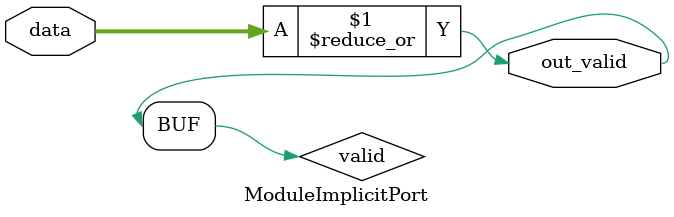
<source format=sv>
module ModuleImplicitPort (
    input logic signed [7:0] data,
    output logic out_valid
);
    logic valid;
    assign valid = |data;
    assign out_valid = valid;
endmodule


</source>
